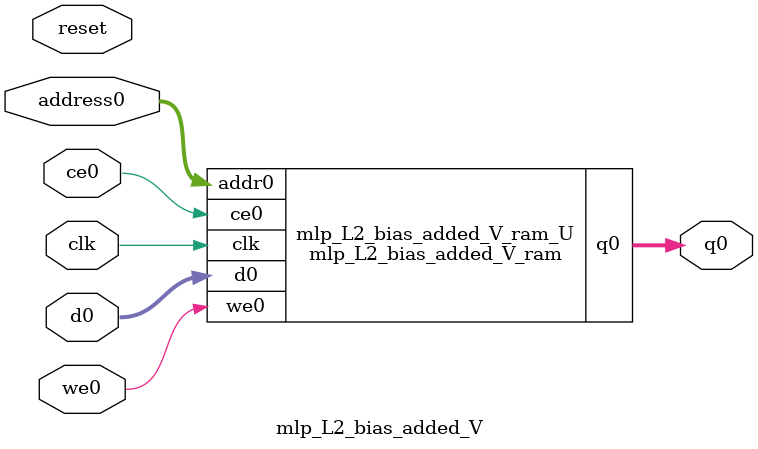
<source format=v>

`timescale 1 ns / 1 ps
module mlp_L2_bias_added_V_ram (addr0, ce0, d0, we0, q0,  clk);

parameter DWIDTH = 18;
parameter AWIDTH = 5;
parameter MEM_SIZE = 26;

input[AWIDTH-1:0] addr0;
input ce0;
input[DWIDTH-1:0] d0;
input we0;
output reg[DWIDTH-1:0] q0;
input clk;

(* ram_style = "distributed" *)reg [DWIDTH-1:0] ram[0:MEM_SIZE-1];




always @(posedge clk)  
begin 
    if (ce0) 
    begin
        if (we0) 
        begin 
            ram[addr0] <= d0; 
            q0 <= d0;
        end 
        else 
            q0 <= ram[addr0];
    end
end


endmodule


`timescale 1 ns / 1 ps
module mlp_L2_bias_added_V(
    reset,
    clk,
    address0,
    ce0,
    we0,
    d0,
    q0);

parameter DataWidth = 32'd18;
parameter AddressRange = 32'd26;
parameter AddressWidth = 32'd5;
input reset;
input clk;
input[AddressWidth - 1:0] address0;
input ce0;
input we0;
input[DataWidth - 1:0] d0;
output[DataWidth - 1:0] q0;



mlp_L2_bias_added_V_ram mlp_L2_bias_added_V_ram_U(
    .clk( clk ),
    .addr0( address0 ),
    .ce0( ce0 ),
    .we0( we0 ),
    .d0( d0 ),
    .q0( q0 ));

endmodule


</source>
